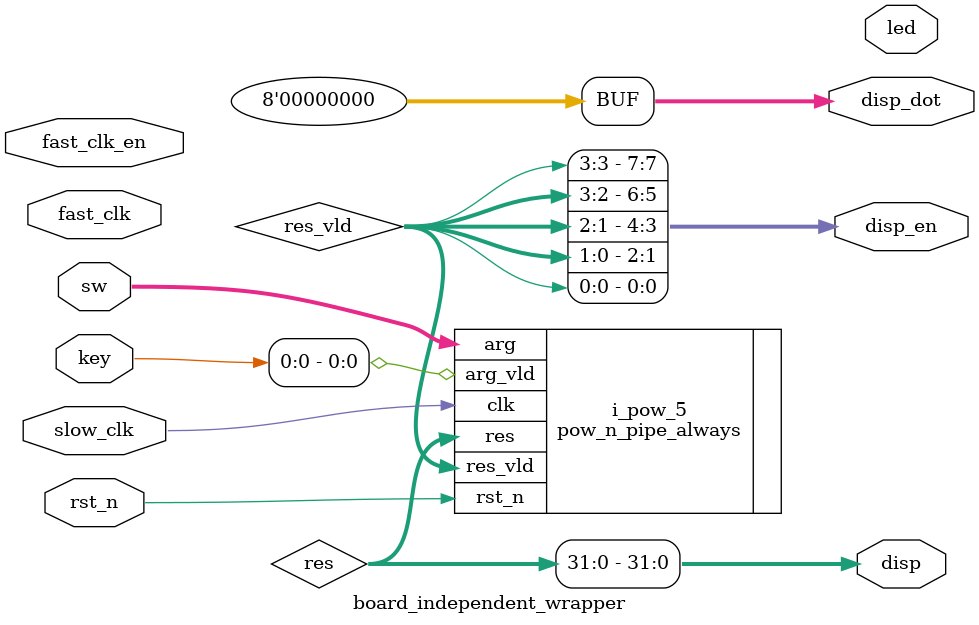
<source format=v>
`include "pow_n_pipe_always.v"

module board_independent_wrapper
(
    input         fast_clk,
    input         slow_clk,
    input         rst_n,
    input         fast_clk_en,
    input  [ 3:0] key,
    input  [ 7:0] sw,
    output [ 7:0] led,
    output [ 7:0] disp_en,
    output [31:0] disp,
    output [ 7:0] disp_dot
);

    wire [ 4:0] res_vld;
    wire [39:0] res;

    pow_n_pipe_always
    # (.w (8), .n (5))
    i_pow_5
    (
        .clk     ( slow_clk ),
        .rst_n   ( rst_n    ),
        .arg_vld ( key [0]  ),
        .arg     ( sw       ),
        .res_vld ( res_vld  ),
        .res     ( res      )
    );

    assign disp_en  =
    {
        res_vld [3], res_vld [3],
        res_vld [2], res_vld [2],
        res_vld [1], res_vld [1],
        res_vld [0], res_vld [0]
    };

    assign disp = res [31:0];

    assign disp_dot = 8'b0;

endmodule

</source>
